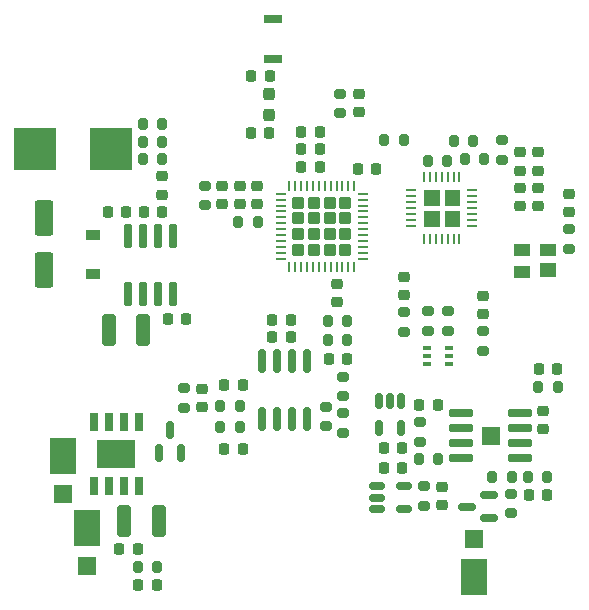
<source format=gtp>
G04 #@! TF.GenerationSoftware,KiCad,Pcbnew,(6.0.2)*
G04 #@! TF.CreationDate,2022-07-14T22:41:19+01:00*
G04 #@! TF.ProjectId,Actuators Board,41637475-6174-46f7-9273-20426f617264,rev?*
G04 #@! TF.SameCoordinates,Original*
G04 #@! TF.FileFunction,Paste,Top*
G04 #@! TF.FilePolarity,Positive*
%FSLAX46Y46*%
G04 Gerber Fmt 4.6, Leading zero omitted, Abs format (unit mm)*
G04 Created by KiCad (PCBNEW (6.0.2)) date 2022-07-14 22:41:19*
%MOMM*%
%LPD*%
G01*
G04 APERTURE LIST*
G04 Aperture macros list*
%AMRoundRect*
0 Rectangle with rounded corners*
0 $1 Rounding radius*
0 $2 $3 $4 $5 $6 $7 $8 $9 X,Y pos of 4 corners*
0 Add a 4 corners polygon primitive as box body*
4,1,4,$2,$3,$4,$5,$6,$7,$8,$9,$2,$3,0*
0 Add four circle primitives for the rounded corners*
1,1,$1+$1,$2,$3*
1,1,$1+$1,$4,$5*
1,1,$1+$1,$6,$7*
1,1,$1+$1,$8,$9*
0 Add four rect primitives between the rounded corners*
20,1,$1+$1,$2,$3,$4,$5,0*
20,1,$1+$1,$4,$5,$6,$7,0*
20,1,$1+$1,$6,$7,$8,$9,0*
20,1,$1+$1,$8,$9,$2,$3,0*%
G04 Aperture macros list end*
%ADD10C,0.010000*%
%ADD11RoundRect,0.200000X0.200000X0.275000X-0.200000X0.275000X-0.200000X-0.275000X0.200000X-0.275000X0*%
%ADD12RoundRect,0.200000X-0.200000X-0.275000X0.200000X-0.275000X0.200000X0.275000X-0.200000X0.275000X0*%
%ADD13R,1.520000X1.500000*%
%ADD14R,2.200000X3.100000*%
%ADD15RoundRect,0.237500X0.237500X-0.287500X0.237500X0.287500X-0.237500X0.287500X-0.237500X-0.287500X0*%
%ADD16RoundRect,0.250000X-0.325000X-1.100000X0.325000X-1.100000X0.325000X1.100000X-0.325000X1.100000X0*%
%ADD17RoundRect,0.225000X0.225000X0.250000X-0.225000X0.250000X-0.225000X-0.250000X0.225000X-0.250000X0*%
%ADD18RoundRect,0.200000X-0.275000X0.200000X-0.275000X-0.200000X0.275000X-0.200000X0.275000X0.200000X0*%
%ADD19RoundRect,0.200000X0.275000X-0.200000X0.275000X0.200000X-0.275000X0.200000X-0.275000X-0.200000X0*%
%ADD20RoundRect,0.225000X-0.225000X-0.250000X0.225000X-0.250000X0.225000X0.250000X-0.225000X0.250000X0*%
%ADD21R,0.700000X1.525000*%
%ADD22R,3.200000X2.400000*%
%ADD23RoundRect,0.250000X-0.550000X1.250000X-0.550000X-1.250000X0.550000X-1.250000X0.550000X1.250000X0*%
%ADD24RoundRect,0.225000X-0.250000X0.225000X-0.250000X-0.225000X0.250000X-0.225000X0.250000X0.225000X0*%
%ADD25RoundRect,0.150000X0.587500X0.150000X-0.587500X0.150000X-0.587500X-0.150000X0.587500X-0.150000X0*%
%ADD26RoundRect,0.218750X-0.218750X-0.256250X0.218750X-0.256250X0.218750X0.256250X-0.218750X0.256250X0*%
%ADD27RoundRect,0.218750X-0.256250X0.218750X-0.256250X-0.218750X0.256250X-0.218750X0.256250X0.218750X0*%
%ADD28RoundRect,0.150000X-0.512500X-0.150000X0.512500X-0.150000X0.512500X0.150000X-0.512500X0.150000X0*%
%ADD29RoundRect,0.225000X0.250000X-0.225000X0.250000X0.225000X-0.250000X0.225000X-0.250000X-0.225000X0*%
%ADD30RoundRect,0.218750X0.256250X-0.218750X0.256250X0.218750X-0.256250X0.218750X-0.256250X-0.218750X0*%
%ADD31RoundRect,0.042000X0.258000X-0.943000X0.258000X0.943000X-0.258000X0.943000X-0.258000X-0.943000X0*%
%ADD32R,1.200000X0.900000*%
%ADD33RoundRect,0.042000X0.943000X0.258000X-0.943000X0.258000X-0.943000X-0.258000X0.943000X-0.258000X0*%
%ADD34RoundRect,0.250000X0.325000X1.100000X-0.325000X1.100000X-0.325000X-1.100000X0.325000X-1.100000X0*%
%ADD35RoundRect,0.150000X-0.150000X0.825000X-0.150000X-0.825000X0.150000X-0.825000X0.150000X0.825000X0*%
%ADD36R,0.650000X0.400000*%
%ADD37RoundRect,0.150000X-0.150000X0.512500X-0.150000X-0.512500X0.150000X-0.512500X0.150000X0.512500X0*%
%ADD38R,0.900000X0.254000*%
%ADD39R,0.254000X0.900000*%
%ADD40RoundRect,0.250000X-0.285000X-0.285000X0.285000X-0.285000X0.285000X0.285000X-0.285000X0.285000X0*%
%ADD41RoundRect,0.062500X-0.337500X-0.062500X0.337500X-0.062500X0.337500X0.062500X-0.337500X0.062500X0*%
%ADD42RoundRect,0.062500X-0.062500X-0.337500X0.062500X-0.337500X0.062500X0.337500X-0.062500X0.337500X0*%
%ADD43R,1.600000X0.800000*%
%ADD44R,3.600000X3.600000*%
%ADD45RoundRect,0.150000X0.150000X-0.587500X0.150000X0.587500X-0.150000X0.587500X-0.150000X-0.587500X0*%
%ADD46R,1.400000X1.200000*%
%ADD47R,1.400000X1.000000*%
G04 APERTURE END LIST*
D10*
X98191976Y-66700000D02*
X96790000Y-66700000D01*
X96790000Y-66700000D02*
X96790000Y-65298024D01*
X96790000Y-65298024D02*
X98191976Y-65298024D01*
X98191976Y-65298024D02*
X98191976Y-66700000D01*
G36*
X98191976Y-66700000D02*
G01*
X96790000Y-66700000D01*
X96790000Y-65298024D01*
X98191976Y-65298024D01*
X98191976Y-66700000D01*
G37*
X98191976Y-66700000D02*
X96790000Y-66700000D01*
X96790000Y-65298024D01*
X98191976Y-65298024D01*
X98191976Y-66700000D01*
X93113170Y-46500000D02*
X91863250Y-46500000D01*
X91863250Y-46500000D02*
X91863250Y-45249520D01*
X91863250Y-45249520D02*
X93113170Y-45249520D01*
X93113170Y-45249520D02*
X93113170Y-46500000D01*
G36*
X93113170Y-46500000D02*
G01*
X91863250Y-46500000D01*
X91863250Y-45249520D01*
X93113170Y-45249520D01*
X93113170Y-46500000D01*
G37*
X93113170Y-46500000D02*
X91863250Y-46500000D01*
X91863250Y-45249520D01*
X93113170Y-45249520D01*
X93113170Y-46500000D01*
X93112804Y-48250000D02*
X91863250Y-48250000D01*
X91863250Y-48250000D02*
X91863250Y-47000446D01*
X91863250Y-47000446D02*
X93112804Y-47000446D01*
X93112804Y-47000446D02*
X93112804Y-48250000D01*
G36*
X93112804Y-48250000D02*
G01*
X91863250Y-48250000D01*
X91863250Y-47000446D01*
X93112804Y-47000446D01*
X93112804Y-48250000D01*
G37*
X93112804Y-48250000D02*
X91863250Y-48250000D01*
X91863250Y-47000446D01*
X93112804Y-47000446D01*
X93112804Y-48250000D01*
X94864070Y-48250000D02*
X93613250Y-48250000D01*
X93613250Y-48250000D02*
X93613250Y-47000137D01*
X93613250Y-47000137D02*
X94864070Y-47000137D01*
X94864070Y-47000137D02*
X94864070Y-48250000D01*
G36*
X94864070Y-48250000D02*
G01*
X93613250Y-48250000D01*
X93613250Y-47000137D01*
X94864070Y-47000137D01*
X94864070Y-48250000D01*
G37*
X94864070Y-48250000D02*
X93613250Y-48250000D01*
X93613250Y-47000137D01*
X94864070Y-47000137D01*
X94864070Y-48250000D01*
X94865260Y-46500000D02*
X93613250Y-46500000D01*
X93613250Y-46500000D02*
X93613250Y-45247990D01*
X93613250Y-45247990D02*
X94865260Y-45247990D01*
X94865260Y-45247990D02*
X94865260Y-46500000D01*
G36*
X94865260Y-46500000D02*
G01*
X93613250Y-46500000D01*
X93613250Y-45247990D01*
X94865260Y-45247990D01*
X94865260Y-46500000D01*
G37*
X94865260Y-46500000D02*
X93613250Y-46500000D01*
X93613250Y-45247990D01*
X94865260Y-45247990D01*
X94865260Y-46500000D01*
D11*
X102300000Y-69500000D03*
X100650000Y-69500000D03*
D12*
X67625000Y-77150000D03*
X69275000Y-77150000D03*
D13*
X63360000Y-77070000D03*
D14*
X63360000Y-73850000D03*
D15*
X78775000Y-38875000D03*
X78775000Y-37125000D03*
D16*
X66500000Y-73237500D03*
X69450000Y-73237500D03*
D12*
X95325000Y-42590000D03*
X96975000Y-42590000D03*
D17*
X83025000Y-41800000D03*
X81475000Y-41800000D03*
D18*
X85040000Y-64135000D03*
X85040000Y-65785000D03*
D19*
X83550000Y-65225000D03*
X83550000Y-63575000D03*
D20*
X74950000Y-67200000D03*
X76500000Y-67200000D03*
D21*
X63920000Y-70262000D03*
X65190000Y-70262000D03*
X66460000Y-70262000D03*
X67730000Y-70262000D03*
X67730000Y-64838000D03*
X66460000Y-64838000D03*
X65190000Y-64838000D03*
X63920000Y-64838000D03*
D22*
X65825000Y-67550000D03*
D12*
X74615000Y-63520000D03*
X76265000Y-63520000D03*
D23*
X59675000Y-47575000D03*
X59675000Y-51975000D03*
D19*
X73340000Y-46505000D03*
X73340000Y-44855000D03*
X84750000Y-38725000D03*
X84750000Y-37075000D03*
D24*
X99980000Y-42045000D03*
X99980000Y-43595000D03*
D25*
X97387500Y-72987500D03*
X97387500Y-71087500D03*
X95512500Y-72037500D03*
D17*
X78775000Y-40425000D03*
X77225000Y-40425000D03*
D20*
X70167039Y-56172038D03*
X71717039Y-56172038D03*
D26*
X67662500Y-78650000D03*
X69237500Y-78650000D03*
D27*
X93362500Y-70337500D03*
X93362500Y-71912500D03*
D28*
X87887500Y-70325000D03*
X87887500Y-71275000D03*
X87887500Y-72225000D03*
X90162500Y-72225000D03*
X90162500Y-70325000D03*
D20*
X79015000Y-57700000D03*
X80565000Y-57700000D03*
D27*
X90205000Y-52585000D03*
X90205000Y-54160000D03*
D12*
X83725000Y-57970000D03*
X85375000Y-57970000D03*
D13*
X96075000Y-74790000D03*
D14*
X96075000Y-78010000D03*
D18*
X91500000Y-64875000D03*
X91500000Y-66525000D03*
D29*
X96890855Y-55730000D03*
X96890855Y-54180000D03*
D11*
X90143540Y-41007319D03*
X88493540Y-41007319D03*
D19*
X85040000Y-62705000D03*
X85040000Y-61055000D03*
D30*
X86350000Y-38662500D03*
X86350000Y-37087500D03*
D11*
X69712039Y-42628088D03*
X68062039Y-42628088D03*
D13*
X61300000Y-70960000D03*
D14*
X61300000Y-67740000D03*
D19*
X91862500Y-71950000D03*
X91862500Y-70300000D03*
D12*
X68062039Y-39627038D03*
X69712039Y-39627038D03*
D19*
X99231049Y-72585418D03*
X99231049Y-70935418D03*
X93890000Y-57150229D03*
X93890000Y-55500229D03*
D18*
X98440000Y-41005000D03*
X98440000Y-42655000D03*
D27*
X104170000Y-45535000D03*
X104170000Y-47110000D03*
D17*
X67625000Y-75637500D03*
X66075000Y-75637500D03*
X90012500Y-68775000D03*
X88462500Y-68775000D03*
D31*
X66835000Y-54055019D03*
X68105000Y-54055019D03*
X69375000Y-54055019D03*
X70645000Y-54055019D03*
X70645000Y-49115019D03*
X69375000Y-49115019D03*
X68105000Y-49115019D03*
X66835000Y-49115019D03*
D32*
X63837039Y-49077038D03*
X63837039Y-52377038D03*
D20*
X74950000Y-61750000D03*
X76500000Y-61750000D03*
D33*
X99960000Y-67905000D03*
X99960000Y-66635000D03*
X99960000Y-65365000D03*
X99960000Y-64095000D03*
X95020000Y-64095000D03*
X95020000Y-65365000D03*
X95020000Y-66635000D03*
X95020000Y-67905000D03*
D17*
X90000000Y-67075000D03*
X88450000Y-67075000D03*
D34*
X68100000Y-57042519D03*
X65150000Y-57042519D03*
D35*
X81980000Y-59700000D03*
X80710000Y-59700000D03*
X79440000Y-59700000D03*
X78170000Y-59700000D03*
X78170000Y-64650000D03*
X79440000Y-64650000D03*
X80710000Y-64650000D03*
X81980000Y-64650000D03*
D19*
X71575000Y-63675000D03*
X71575000Y-62025000D03*
D20*
X79015000Y-56200000D03*
X80565000Y-56200000D03*
D12*
X76135000Y-47920000D03*
X77785000Y-47920000D03*
X94384388Y-41097834D03*
X96034388Y-41097834D03*
D19*
X96890855Y-58840000D03*
X96890855Y-57190000D03*
D12*
X101530855Y-61950000D03*
X103180855Y-61950000D03*
D36*
X92090000Y-58650229D03*
X92090000Y-59300229D03*
X92090000Y-59950229D03*
X93990000Y-59950229D03*
X93990000Y-59300229D03*
X93990000Y-58650229D03*
D17*
X83025000Y-40300000D03*
X81475000Y-40300000D03*
D37*
X89950000Y-63087500D03*
X89000000Y-63087500D03*
X88050000Y-63087500D03*
X88050000Y-65362500D03*
X89950000Y-65362500D03*
D11*
X99300000Y-69500000D03*
X97650000Y-69500000D03*
D24*
X84510000Y-53175000D03*
X84510000Y-54725000D03*
D38*
X95953250Y-48250000D03*
X95953250Y-47750000D03*
X95953250Y-47250000D03*
X95953250Y-46750000D03*
X95953250Y-46250000D03*
X95953250Y-45750000D03*
X95953250Y-45250000D03*
D39*
X94863250Y-44160000D03*
X94363250Y-44160000D03*
X93863250Y-44160000D03*
X93363250Y-44160000D03*
X92863250Y-44160000D03*
X92363250Y-44160000D03*
X91863250Y-44160000D03*
D38*
X90773250Y-45250000D03*
X90773250Y-45750000D03*
X90773250Y-46250000D03*
X90773250Y-46750000D03*
X90773250Y-47250000D03*
X90773250Y-47750000D03*
X90773250Y-48250000D03*
D39*
X91863250Y-49340000D03*
X92363250Y-49340000D03*
X92863250Y-49340000D03*
X93363250Y-49340000D03*
X93863250Y-49340000D03*
X94363250Y-49340000D03*
X94863250Y-49340000D03*
D17*
X103130855Y-60425000D03*
X101580855Y-60425000D03*
D19*
X90200000Y-57225000D03*
X90200000Y-55575000D03*
D40*
X81230000Y-47640000D03*
X82550000Y-50280000D03*
X82550000Y-48960000D03*
X81230000Y-46320000D03*
X82550000Y-47640000D03*
X83870000Y-50280000D03*
X81230000Y-48960000D03*
X85190000Y-47640000D03*
X85190000Y-48960000D03*
X83870000Y-46320000D03*
X83870000Y-48960000D03*
X85190000Y-50280000D03*
X83870000Y-47640000D03*
X81230000Y-50280000D03*
X82550000Y-46320000D03*
X85190000Y-46320000D03*
D41*
X79760000Y-45550000D03*
X79760000Y-46050000D03*
X79760000Y-46550000D03*
X79760000Y-47050000D03*
X79760000Y-47550000D03*
X79760000Y-48050000D03*
X79760000Y-48550000D03*
X79760000Y-49050000D03*
X79760000Y-49550000D03*
X79760000Y-50050000D03*
X79760000Y-50550000D03*
X79760000Y-51050000D03*
D42*
X80460000Y-51750000D03*
X80960000Y-51750000D03*
X81460000Y-51750000D03*
X81960000Y-51750000D03*
X82460000Y-51750000D03*
X82960000Y-51750000D03*
X83460000Y-51750000D03*
X83960000Y-51750000D03*
X84460000Y-51750000D03*
X84960000Y-51750000D03*
X85460000Y-51750000D03*
X85960000Y-51750000D03*
D41*
X86660000Y-51050000D03*
X86660000Y-50550000D03*
X86660000Y-50050000D03*
X86660000Y-49550000D03*
X86660000Y-49050000D03*
X86660000Y-48550000D03*
X86660000Y-48050000D03*
X86660000Y-47550000D03*
X86660000Y-47050000D03*
X86660000Y-46550000D03*
X86660000Y-46050000D03*
X86660000Y-45550000D03*
D42*
X85960000Y-44850000D03*
X85460000Y-44850000D03*
X84960000Y-44850000D03*
X84460000Y-44850000D03*
X83960000Y-44850000D03*
X83460000Y-44850000D03*
X82960000Y-44850000D03*
X82460000Y-44850000D03*
X81960000Y-44850000D03*
X81460000Y-44850000D03*
X80960000Y-44850000D03*
X80460000Y-44850000D03*
D29*
X69637039Y-45627038D03*
X69637039Y-44077038D03*
D43*
X79086934Y-34147578D03*
X79086934Y-30747578D03*
D17*
X85325000Y-59520000D03*
X83775000Y-59520000D03*
D26*
X100737500Y-71025000D03*
X102312500Y-71025000D03*
D12*
X85375000Y-56350000D03*
X83725000Y-56350000D03*
X91425000Y-67975000D03*
X93075000Y-67975000D03*
D17*
X69682563Y-47087409D03*
X68132563Y-47087409D03*
D19*
X104170000Y-50215000D03*
X104170000Y-48565000D03*
D20*
X86250000Y-43420000D03*
X87800000Y-43420000D03*
D44*
X65350000Y-41775000D03*
X58950000Y-41775000D03*
D29*
X76260000Y-46455000D03*
X76260000Y-44905000D03*
D17*
X78800000Y-35575000D03*
X77250000Y-35575000D03*
D29*
X101490000Y-46605000D03*
X101490000Y-45055000D03*
X74800000Y-46455000D03*
X74800000Y-44905000D03*
D45*
X69400000Y-67462500D03*
X71300000Y-67462500D03*
X70350000Y-65587500D03*
D46*
X102400000Y-52020000D03*
D47*
X102400000Y-50300000D03*
X100200000Y-50300000D03*
X100200000Y-52200000D03*
D19*
X92170000Y-57140229D03*
X92170000Y-55490229D03*
D11*
X76265000Y-65300000D03*
X74615000Y-65300000D03*
D17*
X83025000Y-43300000D03*
X81475000Y-43300000D03*
D11*
X69712662Y-41128088D03*
X68062662Y-41128088D03*
D29*
X99980000Y-46605000D03*
X99980000Y-45055000D03*
X73075000Y-63625000D03*
X73075000Y-62075000D03*
D12*
X92188828Y-42745110D03*
X93838828Y-42745110D03*
D17*
X93025000Y-63425000D03*
X91475000Y-63425000D03*
D24*
X101490000Y-42045000D03*
X101490000Y-43595000D03*
D29*
X77720000Y-46455000D03*
X77720000Y-44905000D03*
D20*
X65117110Y-47084757D03*
X66667110Y-47084757D03*
D24*
X101930000Y-63945000D03*
X101930000Y-65495000D03*
M02*

</source>
